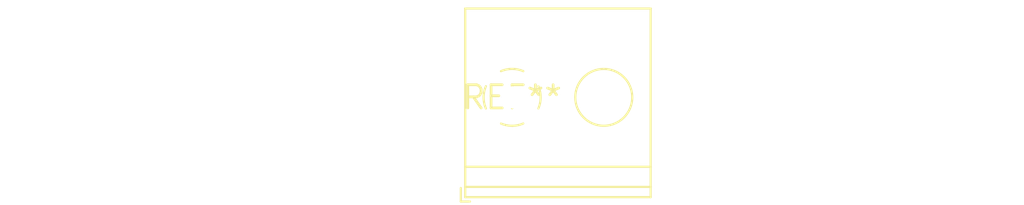
<source format=kicad_pcb>
(kicad_pcb (version 20240108) (generator pcbnew)
  (layers (0 "F.Cu" signal) (31 "B.Cu" signal) (34 "B.Paste" user) (35 "F.Paste" user) (36 "B.SilkS" user "B.Silkscreen") (37 "F.SilkS" user "F.Silkscreen") (38 "B.Mask" user) (39 "F.Mask" user) (44 "Edge.Cuts" user))
  (net 0 "")
  (footprint "TerminalBlock_Philmore_TB132_1x02_P5.00mm_Horizontal" (layer "F.Cu") (at 0 0)
    (property "Reference" "REF**")
    (property "Value" "TerminalBlock_Philmore_TB132_1x02_P5.00mm_Horizontal")
    (fp_line (start -2.8 4.96) (end -2.8 5.7) (layer "F.SilkS") (stroke (width 0.12)))
    (fp_line (start -2.8 5.7) (end -2.3 5.7) (layer "F.SilkS") (stroke (width 0.12)))
    (fp_line (start -2.56 -4.86) (end -2.56 5.46) (layer "F.SilkS") (stroke (width 0.12)))
    (fp_line (start -2.56 -4.86) (end 7.56 -4.86) (layer "F.SilkS") (stroke (width 0.12)))
    (fp_line (start -2.56 3.8) (end 7.56 3.8) (layer "F.SilkS") (stroke (width 0.12)))
    (fp_line (start -2.56 4.9) (end 7.56 4.9) (layer "F.SilkS") (stroke (width 0.12)))
    (fp_line (start -2.56 5.46) (end 7.56 5.46) (layer "F.SilkS") (stroke (width 0.12)))
    (fp_line (start 7.56 -4.86) (end 7.56 5.46) (layer "F.SilkS") (stroke (width 0.12)))
    (fp_arc (start -1.432109 0.607742) (mid -1.555727 -0.00014) (end -1.432 -0.608) (layer "F.SilkS") (stroke (width 0.12)))
    (fp_arc (start -0.607742 -1.432109) (mid 0.00014 -1.555727) (end 0.608 -1.432) (layer "F.SilkS") (stroke (width 0.12)))
    (fp_arc (start 0.027011 1.555493) (mid -0.296984 1.527118) (end -0.608 1.432) (layer "F.SilkS") (stroke (width 0.12)))
    (fp_arc (start 0.607587 1.431385) (mid 0.310017 1.523783) (end 0 1.555) (layer "F.SilkS") (stroke (width 0.12)))
    (fp_arc (start 1.432109 -0.607742) (mid 1.555727 0.00014) (end 1.432 0.608) (layer "F.SilkS") (stroke (width 0.12)))
    (fp_circle (center 5 0) (end 6.555 0) (layer "F.SilkS") (stroke (width 0.12)) (fill none))
    (pad "1" thru_hole rect (at 0 0) (size 2.4 2.4) (drill 1.2) (layers *.Cu *.Mask) (remove_unused_layers))
    (pad "2" thru_hole circle (at 5 0) (size 2.4 2.4) (drill 1.2) (layers *.Cu *.Mask) (remove_unused_layers))
  )
)
</source>
